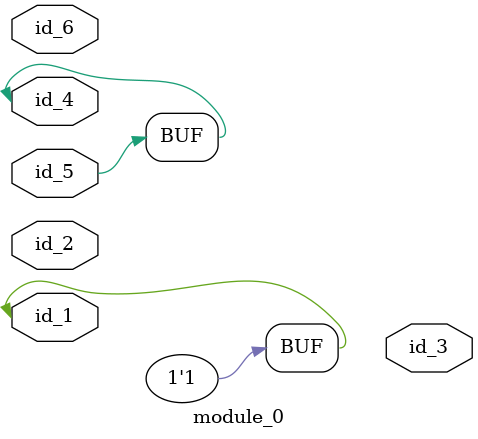
<source format=v>
`timescale 1ps / 1ps
module module_0 (
    id_1,
    id_2,
    id_3,
    id_4,
    id_5,
    id_6
);
  inout id_6;
  input id_5;
  inout id_4;
  output id_3;
  inout id_2;
  inout id_1;
  assign id_4[1'b0] = 1 == id_5;
  assign id_1 = 1;
endmodule

</source>
